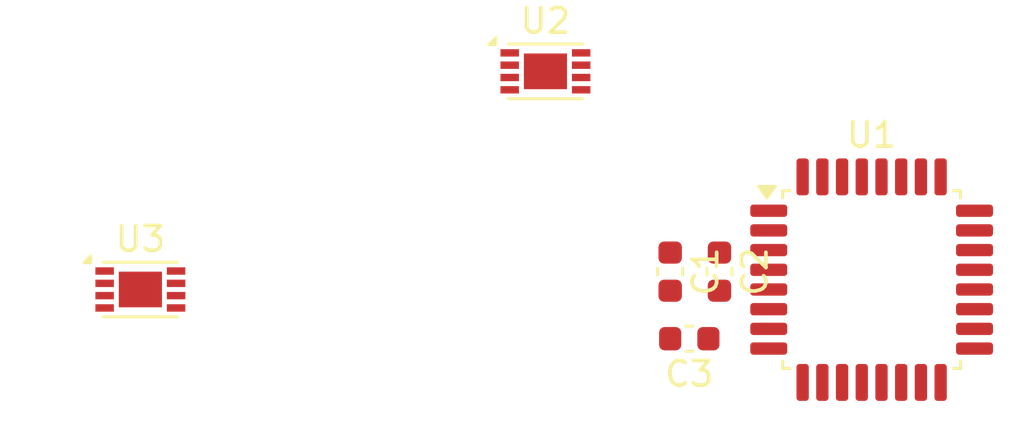
<source format=kicad_pcb>
(kicad_pcb (version 20241229) (generator "pcbnew") (generator_version "9.0")
  (layers (0 "F.Cu" signal) (2 "B.Cu" signal) (13 "F.Paste" user) (15 "B.Paste" user) (5 "F.SilkS" user "F.Silkscreen") (7 "B.SilkS" user "B.Silkscreen") (1 "F.Mask" user) (3 "B.Mask" user) (25 "Edge.Cuts" user))
  (net 0 "")
  (net 1 "GND")
  (net 2 "+3.3V")
  (net 3 "/MCU_NRST")
  (net 4 "/GL_1")
  (net 5 "/SCK")
  (net 7 "/MISO")
  (net 9 "/ENC_A")
  (net 10 "/TIM1")
  (net 12 "/GL_2")
  (net 13 "/MOSI")
  (net 15 "/ENC_C")
  (net 17 "/TX")
  (net 18 "/ENC_B")
  (net 20 "/SWDIO")
  (net 21 "/SCL")
  (net 23 "/SDA")
  (net 28 "/CS")
  (net 30 "/SWCLK")
  (net 32 "/RX")
  (net 36 "Net-(U3C-V--Pad4)")
  (footprint "Capacitor_SMD:C_0603_1608Metric" (layer "F.Cu") (at 106 61.775 -90)
    (property "Reference" "C1" (at 0 -1.43 90) (layer "F.SilkS"))
    (property "Value" "100n")
    (fp_line (start -0.14058 0.51) (end 0.14058 0.51) (stroke (width 0.12)) (layer "F.SilkS"))
    (fp_line (start -0.14058 -0.51) (end 0.14058 -0.51) (stroke (width 0.12)) (layer "F.SilkS"))
    (pad "1" smd roundrect (at -0.775 0 270) (size 0.9 0.95) (layers "F.Cu" "F.Mask" "F.Paste") (net 2 "+3.3V"))
    (pad "2" smd roundrect (at 0.775 0 270) (size 0.9 0.95) (layers "F.Cu" "F.Mask" "F.Paste") (net 1 "GND"))
  )
  (footprint "Package_QFP:LQFP-32_7x7mm_P0.8mm" (layer "F.Cu") (at 114.175 62.1)
    (property "Reference" "U1" (at 0 -5.88 0) (layer "F.SilkS"))
    (property "Value" "STM32G031K8Tx")
    (fp_line (start -3.61 -3.61) (end -3.31 -3.61) (stroke (width 0.12)) (layer "F.SilkS"))
    (fp_line (start -3.61 -3.31) (end -3.61 -3.61) (stroke (width 0.12)) (layer "F.SilkS"))
    (fp_line (start -3.61 3.61) (end -3.61 3.31) (stroke (width 0.12)) (layer "F.SilkS"))
    (fp_line (start -3.31 3.61) (end -3.61 3.61) (stroke (width 0.12)) (layer "F.SilkS"))
    (fp_line (start 3.31 -3.61) (end 3.61 -3.61) (stroke (width 0.12)) (layer "F.SilkS"))
    (fp_line (start 3.61 -3.61) (end 3.61 -3.31) (stroke (width 0.12)) (layer "F.SilkS"))
    (fp_line (start 3.61 3.31) (end 3.61 3.61) (stroke (width 0.12)) (layer "F.SilkS"))
    (fp_line (start 3.61 3.61) (end 3.31 3.61) (stroke (width 0.12)) (layer "F.SilkS"))
    (fp_poly (pts (xy -4.25 -3.32) (xy -4.59 -3.79) (xy -3.91 -3.79)) (stroke (width 0.12)) (fill yes) (layer "F.SilkS"))
    (pad "1" smd roundrect (at -4.175 -2.8) (size 1.5 0.5) (layers "F.Cu" "F.Mask" "F.Paste"))
    (pad "2" smd roundrect (at -4.175 -2) (size 1.5 0.5) (layers "F.Cu" "F.Mask" "F.Paste") (net 4 "/GL_1"))
    (pad "3" smd roundrect (at -4.175 -1.2) (size 1.5 0.5) (layers "F.Cu" "F.Mask" "F.Paste") (net 12 "/GL_2"))
    (pad "4" smd roundrect (at -4.175 -0.4) (size 1.5 0.5) (layers "F.Cu" "F.Mask" "F.Paste") (net 2 "+3.3V"))
    (pad "5" smd roundrect (at -4.175 0.4) (size 1.5 0.5) (layers "F.Cu" "F.Mask" "F.Paste") (net 1 "GND"))
    (pad "6" smd roundrect (at -4.175 1.2) (size 1.5 0.5) (layers "F.Cu" "F.Mask" "F.Paste") (net 3 "/MCU_NRST"))
    (pad "7" smd roundrect (at -4.175 2) (size 1.5 0.5) (layers "F.Cu" "F.Mask" "F.Paste"))
    (pad "8" smd roundrect (at -4.175 2.8) (size 1.5 0.5) (layers "F.Cu" "F.Mask" "F.Paste") (net 5 "/SCK"))
    (pad "9" smd roundrect (at -2.8 4.175) (size 0.5 1.5) (layers "F.Cu" "F.Mask" "F.Paste") (net 13 "/MOSI"))
    (pad "10" smd roundrect (at -2 4.175) (size 0.5 1.5) (layers "F.Cu" "F.Mask" "F.Paste"))
    (pad "11" smd roundrect (at -1.2 4.175) (size 0.5 1.5) (layers "F.Cu" "F.Mask" "F.Paste") (net 28 "/CS"))
    (pad "12" smd roundrect (at -0.4 4.175) (size 0.5 1.5) (layers "F.Cu" "F.Mask" "F.Paste"))
    (pad "13" smd roundrect (at 0.4 4.175) (size 0.5 1.5) (layers "F.Cu" "F.Mask" "F.Paste") (net 7 "/MISO"))
    (pad "14" smd roundrect (at 1.2 4.175) (size 0.5 1.5) (layers "F.Cu" "F.Mask" "F.Paste"))
    (pad "15" smd roundrect (at 2 4.175) (size 0.5 1.5) (layers "F.Cu" "F.Mask" "F.Paste") (net 9 "/ENC_A"))
    (pad "16" smd roundrect (at 2.8 4.175) (size 0.5 1.5) (layers "F.Cu" "F.Mask" "F.Paste") (net 18 "/ENC_B"))
    (pad "17" smd roundrect (at 4.175 2.8) (size 1.5 0.5) (layers "F.Cu" "F.Mask" "F.Paste") (net 15 "/ENC_C"))
    (pad "18" smd roundrect (at 4.175 2) (size 1.5 0.5) (layers "F.Cu" "F.Mask" "F.Paste") (net 10 "/TIM1"))
    (pad "19" smd roundrect (at 4.175 1.2) (size 1.5 0.5) (layers "F.Cu" "F.Mask" "F.Paste"))
    (pad "20" smd roundrect (at 4.175 0.4) (size 1.5 0.5) (layers "F.Cu" "F.Mask" "F.Paste"))
    (pad "21" smd roundrect (at 4.175 -0.4) (size 1.5 0.5) (layers "F.Cu" "F.Mask" "F.Paste"))
    (pad "22" smd roundrect (at 4.175 -1.2) (size 1.5 0.5) (layers "F.Cu" "F.Mask" "F.Paste") (net 17 "/TX"))
    (pad "23" smd roundrect (at 4.175 -2) (size 1.5 0.5) (layers "F.Cu" "F.Mask" "F.Paste") (net 32 "/RX"))
    (pad "24" smd roundrect (at 4.175 -2.8) (size 1.5 0.5) (layers "F.Cu" "F.Mask" "F.Paste") (net 20 "/SWDIO"))
    (pad "25" smd roundrect (at 2.8 -4.175) (size 0.5 1.5) (layers "F.Cu" "F.Mask" "F.Paste") (net 30 "/SWCLK"))
    (pad "26" smd roundrect (at 2 -4.175) (size 0.5 1.5) (layers "F.Cu" "F.Mask" "F.Paste"))
    (pad "27" smd roundrect (at 1.2 -4.175) (size 0.5 1.5) (layers "F.Cu" "F.Mask" "F.Paste"))
    (pad "28" smd roundrect (at 0.4 -4.175) (size 0.5 1.5) (layers "F.Cu" "F.Mask" "F.Paste"))
    (pad "29" smd roundrect (at -0.4 -4.175) (size 0.5 1.5) (layers "F.Cu" "F.Mask" "F.Paste"))
    (pad "30" smd roundrect (at -1.2 -4.175) (size 0.5 1.5) (layers "F.Cu" "F.Mask" "F.Paste"))
    (pad "31" smd roundrect (at -2 -4.175) (size 0.5 1.5) (layers "F.Cu" "F.Mask" "F.Paste") (net 23 "/SDA"))
    (pad "32" smd roundrect (at -2.8 -4.175) (size 0.5 1.5) (layers "F.Cu" "F.Mask" "F.Paste") (net 21 "/SCL"))
  )
  (footprint "Capacitor_SMD:C_0603_1608Metric" (layer "F.Cu") (at 106.775 64.5 180)
    (property "Reference" "C3" (at 0 -1.43 0) (layer "F.SilkS"))
    (property "Value" "100n")
    (fp_line (start -0.14058 0.51) (end 0.14058 0.51) (stroke (width 0.12)) (layer "F.SilkS"))
    (fp_line (start -0.14058 -0.51) (end 0.14058 -0.51) (stroke (width 0.12)) (layer "F.SilkS"))
    (pad "1" smd roundrect (at -0.775 0 180) (size 0.9 0.95) (layers "F.Cu" "F.Mask" "F.Paste") (net 3 "/MCU_NRST"))
    (pad "2" smd roundrect (at 0.775 0 180) (size 0.9 0.95) (layers "F.Cu" "F.Mask" "F.Paste") (net 1 "GND"))
  )
  (footprint "Package_DFN_QFN:DFN-8-1EP_3x2mm_P0.5mm_EP1.75x1.45mm" (layer "F.Cu") (at 84.5 62.5)
    (property "Reference" "U3" (at 0 -2.05 0) (layer "F.SilkS"))
    (property "Value" "MCP6002-xMC")
    (fp_line (start -1.5 -1.11) (end 1.5 -1.11) (stroke (width 0.12)) (layer "F.SilkS"))
    (fp_line (start -1.5 1.11) (end 1.5 1.11) (stroke (width 0.12)) (layer "F.SilkS"))
    (fp_poly (pts (xy -2.01 -1.09) (xy -2.29 -1.09) (xy -2.01 -1.37) (xy -2.01 -1.09)) (stroke (width 0.12)) (fill yes) (layer "F.SilkS"))
    (pad "1" smd rect (at -1.45 -0.75) (size 0.75 0.3) (layers "F.Cu" "F.Mask" "F.Paste"))
    (pad "2" smd rect (at -1.45 -0.25) (size 0.75 0.3) (layers "F.Cu" "F.Mask" "F.Paste"))
    (pad "3" smd rect (at -1.45 0.25) (size 0.75 0.3) (layers "F.Cu" "F.Mask" "F.Paste"))
    (pad "4" smd rect (at -1.45 0.75) (size 0.75 0.3) (layers "F.Cu" "F.Mask" "F.Paste") (net 36 "Net-(U3C-V--Pad4)"))
    (pad "5" smd rect (at 1.45 0.75) (size 0.75 0.3) (layers "F.Cu" "F.Mask" "F.Paste"))
    (pad "6" smd rect (at 1.45 0.25) (size 0.75 0.3) (layers "F.Cu" "F.Mask" "F.Paste"))
    (pad "7" smd rect (at 1.45 -0.25) (size 0.75 0.3) (layers "F.Cu" "F.Mask" "F.Paste"))
    (pad "8" smd rect (at 1.45 -0.75) (size 0.75 0.3) (layers "F.Cu" "F.Mask" "F.Paste"))
    (pad "9" smd rect (at 0 0) (size 1.75 1.45) (layers "F.Cu" "F.Mask") (net 36 "Net-(U3C-V--Pad4)"))
  )
  (footprint "Capacitor_SMD:C_0603_1608Metric" (layer "F.Cu") (at 108 61.775 -90)
    (property "Reference" "C2" (at 0 -1.43 90) (layer "F.SilkS"))
    (property "Value" "4.7uF")
    (fp_line (start -0.14058 0.51) (end 0.14058 0.51) (stroke (width 0.12)) (layer "F.SilkS"))
    (fp_line (start -0.14058 -0.51) (end 0.14058 -0.51) (stroke (width 0.12)) (layer "F.SilkS"))
    (pad "1" smd roundrect (at -0.775 0 270) (size 0.9 0.95) (layers "F.Cu" "F.Mask" "F.Paste") (net 2 "+3.3V"))
    (pad "2" smd roundrect (at 0.775 0 270) (size 0.9 0.95) (layers "F.Cu" "F.Mask" "F.Paste") (net 1 "GND"))
  )
  (footprint "Package_DFN_QFN:DFN-8-1EP_3x2mm_P0.5mm_EP1.75x1.45mm" (layer "F.Cu") (at 100.9375 53.6375)
    (property "Reference" "U2" (at 0 -2.05 0) (layer "F.SilkS"))
    (property "Value" "MCP4921-EMC")
    (fp_line (start -1.5 -1.11) (end 1.5 -1.11) (stroke (width 0.12)) (layer "F.SilkS"))
    (fp_line (start -1.5 1.11) (end 1.5 1.11) (stroke (width 0.12)) (layer "F.SilkS"))
    (fp_poly (pts (xy -2.01 -1.09) (xy -2.29 -1.09) (xy -2.01 -1.37) (xy -2.01 -1.09)) (stroke (width 0.12)) (fill yes) (layer "F.SilkS"))
    (pad "1" smd rect (at -1.45 -0.75) (size 0.75 0.3) (layers "F.Cu" "F.Mask" "F.Paste") (net 2 "+3.3V"))
    (pad "2" smd rect (at -1.45 -0.25) (size 0.75 0.3) (layers "F.Cu" "F.Mask" "F.Paste") (net 28 "/CS"))
    (pad "3" smd rect (at -1.45 0.25) (size 0.75 0.3) (layers "F.Cu" "F.Mask" "F.Paste") (net 5 "/SCK"))
    (pad "4" smd rect (at -1.45 0.75) (size 0.75 0.3) (layers "F.Cu" "F.Mask" "F.Paste") (net 13 "/MOSI"))
    (pad "5" smd rect (at 1.45 0.75) (size 0.75 0.3) (layers "F.Cu" "F.Mask" "F.Paste") (net 1 "GND"))
    (pad "6" smd rect (at 1.45 0.25) (size 0.75 0.3) (layers "F.Cu" "F.Mask" "F.Paste") (net 2 "+3.3V"))
    (pad "7" smd rect (at 1.45 -0.25) (size 0.75 0.3) (layers "F.Cu" "F.Mask" "F.Paste") (net 1 "GND"))
    (pad "8" smd rect (at 1.45 -0.75) (size 0.75 0.3) (layers "F.Cu" "F.Mask" "F.Paste"))
    (pad "9" smd rect (at 0 0) (size 1.75 1.45) (layers "F.Cu" "F.Mask") (net 1 "GND"))
  )
)
</source>
